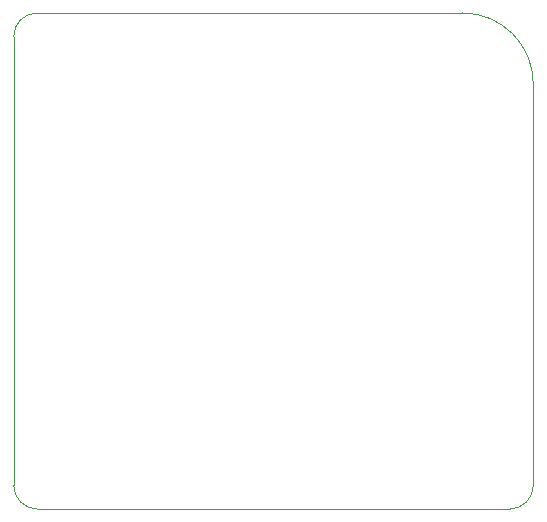
<source format=gbr>
%TF.GenerationSoftware,KiCad,Pcbnew,7.0.8*%
%TF.CreationDate,2023-12-06T18:05:03+09:00*%
%TF.ProjectId,AutoKey,4175746f-4b65-4792-9e6b-696361645f70,rev?*%
%TF.SameCoordinates,PX5f5e100PY44aa200*%
%TF.FileFunction,Profile,NP*%
%FSLAX46Y46*%
G04 Gerber Fmt 4.6, Leading zero omitted, Abs format (unit mm)*
G04 Created by KiCad (PCBNEW 7.0.8) date 2023-12-06 18:05:03*
%MOMM*%
%LPD*%
G01*
G04 APERTURE LIST*
%TA.AperFunction,Profile*%
%ADD10C,0.100000*%
%TD*%
G04 APERTURE END LIST*
D10*
X44000000Y36000000D02*
G75*
G03*
X38000000Y42000000I-6000000J0D01*
G01*
X0Y2000000D02*
G75*
G03*
X2000000Y0I2000000J0D01*
G01*
X2000000Y0D02*
X42000000Y0D01*
X44000000Y2000000D02*
X44000000Y36000000D01*
X42000000Y0D02*
G75*
G03*
X44000000Y2000000I0J2000000D01*
G01*
X38000000Y42000000D02*
X2000000Y42000000D01*
X0Y40000000D02*
X0Y2000000D01*
X2000000Y42000000D02*
G75*
G03*
X0Y40000000I0J-2000000D01*
G01*
M02*

</source>
